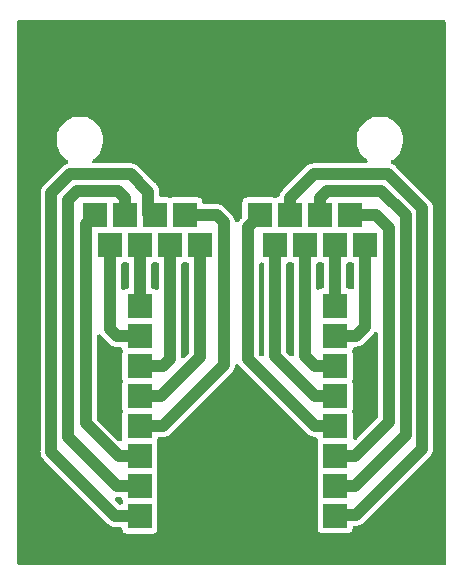
<source format=gbr>
%TF.GenerationSoftware,KiCad,Pcbnew,7.0.10*%
%TF.CreationDate,2024-03-29T22:46:55-06:00*%
%TF.ProjectId,Electrode_Select_Breakout,456c6563-7472-46f6-9465-5f53656c6563,rev?*%
%TF.SameCoordinates,Original*%
%TF.FileFunction,Copper,L1,Top*%
%TF.FilePolarity,Positive*%
%FSLAX46Y46*%
G04 Gerber Fmt 4.6, Leading zero omitted, Abs format (unit mm)*
G04 Created by KiCad (PCBNEW 7.0.10) date 2024-03-29 22:46:55*
%MOMM*%
%LPD*%
G01*
G04 APERTURE LIST*
%TA.AperFunction,ComponentPad*%
%ADD10R,2.140000X2.140000*%
%TD*%
%TA.AperFunction,Conductor*%
%ADD11C,1.000000*%
%TD*%
G04 APERTURE END LIST*
D10*
%TO.P,J2,1_1*%
%TO.N,/CH6_1*%
X6604000Y-16510000D03*
%TO.P,J2,1_2*%
%TO.N,/CH2_1*%
X7874000Y-19050000D03*
%TO.P,J2,1_3*%
%TO.N,/CH7_1*%
X9144000Y-16510000D03*
%TO.P,J2,1_4*%
%TO.N,/CH1_1*%
X10414000Y-19050000D03*
%TO.P,J2,1_5*%
%TO.N,/CH8_1*%
X11684000Y-16510000D03*
%TO.P,J2,1_6*%
%TO.N,/CH3_1*%
X12954000Y-19050000D03*
%TO.P,J2,1_7*%
%TO.N,/CH5_1*%
X14224000Y-16510000D03*
%TO.P,J2,1_8*%
%TO.N,/CH4_1*%
X15494000Y-19050000D03*
%TO.P,J2,2_1*%
%TO.N,/CH5_2*%
X20574000Y-16510000D03*
%TO.P,J2,2_2*%
%TO.N,/CH4_2*%
X21844000Y-19050000D03*
%TO.P,J2,2_3*%
%TO.N,/CH8_2*%
X23114000Y-16510000D03*
%TO.P,J2,2_4*%
%TO.N,/CH3_2*%
X24384000Y-19050000D03*
%TO.P,J2,2_5*%
%TO.N,/CH7_2*%
X25654000Y-16510000D03*
%TO.P,J2,2_6*%
%TO.N,/CH1_2*%
X26924000Y-19050000D03*
%TO.P,J2,2_7*%
%TO.N,/CH6_2*%
X28194000Y-16510000D03*
%TO.P,J2,2_8*%
%TO.N,/CH2_2*%
X29464000Y-19050000D03*
%TD*%
%TO.P,J3,1,Pin_1*%
%TO.N,/CH1_2*%
X26932000Y-24210000D03*
%TO.P,J3,2,Pin_2*%
%TO.N,/CH2_2*%
X26932000Y-26750000D03*
%TO.P,J3,3,Pin_3*%
%TO.N,/CH3_2*%
X26932000Y-29290000D03*
%TO.P,J3,4,Pin_4*%
%TO.N,/CH4_2*%
X26932000Y-31830000D03*
%TO.P,J3,5,Pin_5*%
%TO.N,/CH5_2*%
X26932000Y-34370000D03*
%TO.P,J3,6,Pin_6*%
%TO.N,/CH6_2*%
X26932000Y-36910000D03*
%TO.P,J3,7,Pin_7*%
%TO.N,/CH7_2*%
X26932000Y-39450000D03*
%TO.P,J3,8,Pin_8*%
%TO.N,/CH8_2*%
X26932000Y-41990000D03*
%TD*%
%TO.P,J1,1,Pin_1*%
%TO.N,/CH1_1*%
X10412000Y-24240000D03*
%TO.P,J1,2,Pin_2*%
%TO.N,/CH2_1*%
X10412000Y-26780000D03*
%TO.P,J1,3,Pin_3*%
%TO.N,/CH3_1*%
X10412000Y-29320000D03*
%TO.P,J1,4,Pin_4*%
%TO.N,/CH4_1*%
X10412000Y-31860000D03*
%TO.P,J1,5,Pin_5*%
%TO.N,/CH5_1*%
X10412000Y-34400000D03*
%TO.P,J1,6,Pin_6*%
%TO.N,/CH6_1*%
X10412000Y-36940000D03*
%TO.P,J1,7,Pin_7*%
%TO.N,/CH7_1*%
X10412000Y-39480000D03*
%TO.P,J1,8,Pin_8*%
%TO.N,/CH8_1*%
X10412000Y-42020000D03*
%TD*%
D11*
%TO.N,/CH1_1*%
X10414000Y-24238000D02*
X10412000Y-24240000D01*
X10414000Y-19050000D02*
X10414000Y-24238000D01*
%TO.N,/CH2_1*%
X7874000Y-26162000D02*
X7874000Y-19050000D01*
X8492000Y-26780000D02*
X7874000Y-26162000D01*
X10412000Y-26780000D02*
X8492000Y-26780000D01*
%TO.N,/CH3_1*%
X12954000Y-19050000D02*
X12954000Y-28704000D01*
X12954000Y-28704000D02*
X12338000Y-29320000D01*
X12338000Y-29320000D02*
X10412000Y-29320000D01*
%TO.N,/CH4_1*%
X15494000Y-19050000D02*
X15494000Y-28575000D01*
X15494000Y-28575000D02*
X12209000Y-31860000D01*
X12209000Y-31860000D02*
X10412000Y-31860000D01*
%TO.N,/CH1_2*%
X26924000Y-24202000D02*
X26932000Y-24210000D01*
X26924000Y-19050000D02*
X26924000Y-24202000D01*
%TO.N,/CH2_2*%
X29464000Y-19050000D02*
X29464000Y-25968000D01*
X29464000Y-25968000D02*
X28682000Y-26750000D01*
X28682000Y-26750000D02*
X26932000Y-26750000D01*
%TO.N,/CH3_2*%
X24384000Y-19050000D02*
X24384000Y-28448000D01*
X25226000Y-29290000D02*
X26932000Y-29290000D01*
X24384000Y-28448000D02*
X25226000Y-29290000D01*
%TO.N,/CH4_2*%
X25226000Y-31830000D02*
X26932000Y-31830000D01*
X21844000Y-28448000D02*
X25226000Y-31830000D01*
X21844000Y-19050000D02*
X21844000Y-28448000D01*
%TO.N,/CH5_1*%
X14224000Y-16510000D02*
X16914000Y-16510000D01*
X16914000Y-16510000D02*
X17526000Y-17122000D01*
X17526000Y-17122000D02*
X17526000Y-29210000D01*
X12336000Y-34400000D02*
X10412000Y-34400000D01*
X17526000Y-29210000D02*
X12336000Y-34400000D01*
%TO.N,/CH5_2*%
X25226000Y-34370000D02*
X26932000Y-34370000D01*
X19558000Y-28702000D02*
X25226000Y-34370000D01*
X19558000Y-17526000D02*
X19558000Y-28702000D01*
X20574000Y-16510000D02*
X19558000Y-17526000D01*
%TO.N,/CH6_1*%
X5842000Y-17272000D02*
X5842000Y-34167000D01*
X8615000Y-36940000D02*
X10412000Y-36940000D01*
X6604000Y-16510000D02*
X5842000Y-17272000D01*
X5842000Y-34167000D02*
X8615000Y-36940000D01*
%TO.N,/CH7_1*%
X4318000Y-15240000D02*
X4318000Y-35306000D01*
X8532000Y-14478000D02*
X5080000Y-14478000D01*
X9144000Y-16510000D02*
X9144000Y-15090000D01*
X8492000Y-39480000D02*
X10412000Y-39480000D01*
X5080000Y-14478000D02*
X4318000Y-15240000D01*
X4318000Y-35306000D02*
X8492000Y-39480000D01*
X9144000Y-15090000D02*
X8532000Y-14478000D01*
%TO.N,/CH8_1*%
X2908000Y-14655959D02*
X2908000Y-36586000D01*
X11124000Y-16458000D02*
X11124000Y-14530000D01*
X11124000Y-14530000D02*
X9662000Y-13068000D01*
X11684000Y-16510000D02*
X11176000Y-16510000D01*
X8342000Y-42020000D02*
X10412000Y-42020000D01*
X2908000Y-36586000D02*
X8342000Y-42020000D01*
X4495958Y-13068000D02*
X2908000Y-14655959D01*
X9662000Y-13068000D02*
X4495958Y-13068000D01*
X11176000Y-16510000D02*
X11124000Y-16458000D01*
%TO.N,/CH8_2*%
X25136000Y-13068000D02*
X23114000Y-15090000D01*
X26932000Y-41902000D02*
X28710000Y-41902000D01*
X26932000Y-41990000D02*
X26932000Y-41902000D01*
X23114000Y-15090000D02*
X23114000Y-16510000D01*
X28710000Y-41902000D02*
X34316000Y-36296000D01*
X34316000Y-36296000D02*
X34316000Y-15953917D01*
X34316000Y-15953917D02*
X31430083Y-13068000D01*
X31430083Y-13068000D02*
X25136000Y-13068000D01*
%TO.N,/CH7_2*%
X26266000Y-14478000D02*
X25654000Y-15090000D01*
X28622000Y-39450000D02*
X32906000Y-35166000D01*
X32906000Y-16537958D02*
X30846042Y-14478000D01*
X26932000Y-39450000D02*
X28622000Y-39450000D01*
X25654000Y-15090000D02*
X25654000Y-16510000D01*
X32906000Y-35166000D02*
X32906000Y-16537958D01*
X30846042Y-14478000D02*
X26266000Y-14478000D01*
%TO.N,/CH6_2*%
X28622000Y-36910000D02*
X31496000Y-34036000D01*
X30428000Y-16510000D02*
X28194000Y-16510000D01*
X31496000Y-34036000D02*
X31496000Y-17578000D01*
X31496000Y-17578000D02*
X30428000Y-16510000D01*
X26932000Y-36910000D02*
X28622000Y-36910000D01*
%TD*%
%TA.AperFunction,NonConductor*%
G36*
X36206012Y-20702D02*
G01*
X36276994Y-77308D01*
X36316385Y-159106D01*
X36321500Y-204500D01*
X36321500Y-45962513D01*
X36301298Y-46051025D01*
X36244692Y-46122007D01*
X36162894Y-46161398D01*
X36117215Y-46166513D01*
X204215Y-46116284D01*
X115731Y-46095958D01*
X44829Y-46039253D01*
X5551Y-45957400D01*
X500Y-45912284D01*
X500Y-14703870D01*
X1993739Y-14703870D01*
X1993740Y-14703874D01*
X1994988Y-14711757D01*
X1997500Y-14743667D01*
X1997500Y-36498292D01*
X1994988Y-36530207D01*
X1993740Y-36538086D01*
X1997220Y-36604485D01*
X1997500Y-36615163D01*
X1997500Y-36633715D01*
X1999439Y-36652166D01*
X2000275Y-36662801D01*
X2003756Y-36729211D01*
X2003757Y-36729221D01*
X2005823Y-36736930D01*
X2011655Y-36768392D01*
X2012491Y-36776347D01*
X2012492Y-36776353D01*
X2033046Y-36839612D01*
X2036078Y-36849849D01*
X2053290Y-36914085D01*
X2053292Y-36914089D01*
X2053293Y-36914092D01*
X2056923Y-36921218D01*
X2069165Y-36950772D01*
X2071634Y-36958372D01*
X2104887Y-37015967D01*
X2109983Y-37025353D01*
X2140180Y-37084619D01*
X2140186Y-37084627D01*
X2145209Y-37090830D01*
X2163343Y-37117215D01*
X2167333Y-37124126D01*
X2209272Y-37170705D01*
X2211841Y-37173558D01*
X2218761Y-37181659D01*
X2230440Y-37196081D01*
X2243544Y-37209185D01*
X2250891Y-37216928D01*
X2295398Y-37266358D01*
X2295401Y-37266361D01*
X2301857Y-37271051D01*
X2326200Y-37291841D01*
X7636158Y-42601799D01*
X7656945Y-42626138D01*
X7661633Y-42632591D01*
X7661642Y-42632601D01*
X7711070Y-42677106D01*
X7718797Y-42684438D01*
X7731919Y-42697560D01*
X7746331Y-42709231D01*
X7754445Y-42716162D01*
X7803871Y-42760665D01*
X7803872Y-42760666D01*
X7810787Y-42764658D01*
X7837176Y-42782796D01*
X7843369Y-42787812D01*
X7843372Y-42787813D01*
X7843374Y-42787815D01*
X7902650Y-42818017D01*
X7912017Y-42823104D01*
X7958282Y-42849815D01*
X7969627Y-42856365D01*
X7976905Y-42858729D01*
X7977211Y-42858829D01*
X8006798Y-42871083D01*
X8013908Y-42874706D01*
X8078164Y-42891923D01*
X8088371Y-42894947D01*
X8151654Y-42915509D01*
X8159599Y-42916344D01*
X8191077Y-42922178D01*
X8198782Y-42924243D01*
X8265229Y-42927725D01*
X8275815Y-42928558D01*
X8294285Y-42930500D01*
X8312835Y-42930500D01*
X8323513Y-42930780D01*
X8389913Y-42934260D01*
X8389913Y-42934259D01*
X8389914Y-42934260D01*
X8394625Y-42933513D01*
X8397794Y-42933012D01*
X8429709Y-42930500D01*
X8727830Y-42930500D01*
X8816342Y-42950702D01*
X8887324Y-43007308D01*
X8926715Y-43089106D01*
X8931201Y-43118490D01*
X8931501Y-43122304D01*
X8946725Y-43218436D01*
X9005756Y-43334290D01*
X9005758Y-43334293D01*
X9005759Y-43334294D01*
X9097706Y-43426241D01*
X9213567Y-43485275D01*
X9213568Y-43485275D01*
X9213570Y-43485276D01*
X9255329Y-43491889D01*
X9309693Y-43500500D01*
X11514306Y-43500499D01*
X11610433Y-43485275D01*
X11610434Y-43485274D01*
X11610436Y-43485274D01*
X11726290Y-43426243D01*
X11726294Y-43426241D01*
X11818241Y-43334294D01*
X11877275Y-43218433D01*
X11892500Y-43122307D01*
X11892499Y-40917694D01*
X11877275Y-40821567D01*
X11877272Y-40821561D01*
X11874505Y-40813044D01*
X11866365Y-40722621D01*
X11874506Y-40686952D01*
X11877272Y-40678438D01*
X11877275Y-40678433D01*
X11892500Y-40582307D01*
X11892499Y-38377694D01*
X11877275Y-38281567D01*
X11877272Y-38281561D01*
X11874505Y-38273044D01*
X11866365Y-38182621D01*
X11874506Y-38146952D01*
X11877272Y-38138438D01*
X11877275Y-38138433D01*
X11892500Y-38042307D01*
X11892499Y-35837694D01*
X11877275Y-35741567D01*
X11877272Y-35741561D01*
X11874505Y-35733044D01*
X11866365Y-35642621D01*
X11874506Y-35606952D01*
X11877272Y-35598438D01*
X11877275Y-35598433D01*
X11892500Y-35502307D01*
X11892500Y-35502300D01*
X11892800Y-35498493D01*
X11893414Y-35496525D01*
X11893753Y-35494391D01*
X11894066Y-35494440D01*
X11919885Y-35411839D01*
X11981886Y-35345518D01*
X12066522Y-35312666D01*
X12096171Y-35310500D01*
X12248292Y-35310500D01*
X12280205Y-35313011D01*
X12288086Y-35314260D01*
X12354487Y-35310779D01*
X12365165Y-35310500D01*
X12383711Y-35310500D01*
X12383715Y-35310500D01*
X12402177Y-35308559D01*
X12412775Y-35307724D01*
X12479218Y-35304243D01*
X12486929Y-35302176D01*
X12518402Y-35296343D01*
X12526346Y-35295509D01*
X12589617Y-35274950D01*
X12599843Y-35271922D01*
X12664088Y-35254708D01*
X12664087Y-35254708D01*
X12664092Y-35254707D01*
X12671205Y-35251082D01*
X12700783Y-35238830D01*
X12708373Y-35236365D01*
X12765990Y-35203098D01*
X12775338Y-35198023D01*
X12834626Y-35167815D01*
X12840825Y-35162794D01*
X12867223Y-35144651D01*
X12874126Y-35140667D01*
X12923591Y-35096127D01*
X12931663Y-35089234D01*
X12946081Y-35077560D01*
X12959187Y-35064452D01*
X12966916Y-35057117D01*
X13016360Y-35012599D01*
X13021048Y-35006145D01*
X13041838Y-34981801D01*
X18107801Y-29915838D01*
X18132146Y-29895048D01*
X18138599Y-29890360D01*
X18183117Y-29840916D01*
X18190457Y-29833183D01*
X18203549Y-29820092D01*
X18203549Y-29820091D01*
X18203560Y-29820081D01*
X18215234Y-29805663D01*
X18222127Y-29797591D01*
X18266667Y-29748126D01*
X18270651Y-29741223D01*
X18288794Y-29714825D01*
X18293815Y-29708626D01*
X18324023Y-29649338D01*
X18329098Y-29639990D01*
X18362365Y-29582373D01*
X18364830Y-29574783D01*
X18377083Y-29545204D01*
X18380706Y-29538093D01*
X18380707Y-29538092D01*
X18397922Y-29473843D01*
X18400950Y-29463617D01*
X18421509Y-29400346D01*
X18422343Y-29392402D01*
X18428176Y-29360929D01*
X18430243Y-29353218D01*
X18431819Y-29323137D01*
X18456623Y-29235808D01*
X18516865Y-29167885D01*
X18600611Y-29132826D01*
X18691275Y-29137576D01*
X18770900Y-29181192D01*
X18794060Y-29205412D01*
X18795194Y-29206812D01*
X18813343Y-29233215D01*
X18817333Y-29240126D01*
X18854559Y-29281470D01*
X18861841Y-29289558D01*
X18868761Y-29297659D01*
X18880440Y-29312081D01*
X18891501Y-29323142D01*
X18893544Y-29325185D01*
X18900891Y-29332928D01*
X18945398Y-29382358D01*
X18945401Y-29382361D01*
X18951857Y-29387051D01*
X18976200Y-29407841D01*
X24520158Y-34951799D01*
X24540945Y-34976138D01*
X24545633Y-34982591D01*
X24545642Y-34982601D01*
X24595070Y-35027106D01*
X24602797Y-35034438D01*
X24615919Y-35047560D01*
X24627691Y-35057093D01*
X24630331Y-35059231D01*
X24638445Y-35066162D01*
X24687871Y-35110665D01*
X24687872Y-35110666D01*
X24694787Y-35114658D01*
X24721176Y-35132796D01*
X24727371Y-35137813D01*
X24727374Y-35137815D01*
X24786651Y-35168018D01*
X24796025Y-35173108D01*
X24853619Y-35206361D01*
X24853631Y-35206367D01*
X24861224Y-35208834D01*
X24890799Y-35221084D01*
X24897903Y-35224704D01*
X24897903Y-35224705D01*
X24897905Y-35224705D01*
X24897908Y-35224707D01*
X24962196Y-35241932D01*
X24972349Y-35244939D01*
X25035654Y-35265509D01*
X25043598Y-35266343D01*
X25075066Y-35272175D01*
X25082782Y-35274243D01*
X25149229Y-35277725D01*
X25159821Y-35278559D01*
X25178285Y-35280500D01*
X25196835Y-35280500D01*
X25207478Y-35280778D01*
X25258721Y-35283463D01*
X25346049Y-35308268D01*
X25413971Y-35368511D01*
X25449029Y-35452257D01*
X25451411Y-35471169D01*
X25451499Y-35472291D01*
X25451501Y-35472303D01*
X25451501Y-35472306D01*
X25457802Y-35512090D01*
X25466726Y-35568438D01*
X25469497Y-35576966D01*
X25477633Y-35667389D01*
X25469496Y-35703039D01*
X25466723Y-35711571D01*
X25451500Y-35807686D01*
X25451500Y-38012300D01*
X25451500Y-38012301D01*
X25451501Y-38012306D01*
X25466725Y-38108433D01*
X25466726Y-38108438D01*
X25469497Y-38116966D01*
X25477633Y-38207389D01*
X25469496Y-38243039D01*
X25466723Y-38251571D01*
X25451500Y-38347686D01*
X25451500Y-40552300D01*
X25451500Y-40552301D01*
X25451501Y-40552306D01*
X25466725Y-40648433D01*
X25466726Y-40648438D01*
X25469497Y-40656966D01*
X25477633Y-40747389D01*
X25469496Y-40783039D01*
X25466723Y-40791571D01*
X25451500Y-40887686D01*
X25451500Y-43092300D01*
X25451501Y-43092304D01*
X25466725Y-43188436D01*
X25525756Y-43304290D01*
X25525758Y-43304293D01*
X25525759Y-43304294D01*
X25617706Y-43396241D01*
X25733567Y-43455275D01*
X25733568Y-43455275D01*
X25733570Y-43455276D01*
X25775329Y-43461889D01*
X25829693Y-43470500D01*
X28034306Y-43470499D01*
X28130433Y-43455275D01*
X28130434Y-43455274D01*
X28130436Y-43455274D01*
X28246290Y-43396243D01*
X28246294Y-43396241D01*
X28338241Y-43304294D01*
X28397275Y-43188433D01*
X28407748Y-43122313D01*
X28412499Y-43092313D01*
X28412500Y-43092303D01*
X28412500Y-43016500D01*
X28432702Y-42927988D01*
X28489308Y-42857006D01*
X28571106Y-42817615D01*
X28616500Y-42812500D01*
X28622292Y-42812500D01*
X28654205Y-42815011D01*
X28662086Y-42816260D01*
X28728487Y-42812779D01*
X28739165Y-42812500D01*
X28757711Y-42812500D01*
X28757715Y-42812500D01*
X28776177Y-42810559D01*
X28786775Y-42809724D01*
X28853218Y-42806243D01*
X28860929Y-42804176D01*
X28892402Y-42798343D01*
X28900346Y-42797509D01*
X28963617Y-42776950D01*
X28973843Y-42773922D01*
X29038088Y-42756708D01*
X29038087Y-42756708D01*
X29038092Y-42756707D01*
X29045205Y-42753082D01*
X29074783Y-42740830D01*
X29082373Y-42738365D01*
X29139990Y-42705098D01*
X29149338Y-42700023D01*
X29208626Y-42669815D01*
X29214825Y-42664794D01*
X29241223Y-42646651D01*
X29248126Y-42642667D01*
X29297591Y-42598127D01*
X29305663Y-42591234D01*
X29320081Y-42579560D01*
X29333187Y-42566452D01*
X29340916Y-42559117D01*
X29390360Y-42514599D01*
X29395048Y-42508145D01*
X29415838Y-42483801D01*
X34897801Y-37001838D01*
X34922146Y-36981048D01*
X34928599Y-36976360D01*
X34973117Y-36926916D01*
X34980457Y-36919183D01*
X34985549Y-36914092D01*
X34993560Y-36906081D01*
X35005234Y-36891663D01*
X35012127Y-36883591D01*
X35056667Y-36834126D01*
X35060651Y-36827223D01*
X35078794Y-36800825D01*
X35083815Y-36794626D01*
X35114023Y-36735338D01*
X35119098Y-36725990D01*
X35152365Y-36668373D01*
X35154830Y-36660783D01*
X35167083Y-36631204D01*
X35170706Y-36624093D01*
X35170707Y-36624092D01*
X35187922Y-36559843D01*
X35190950Y-36549617D01*
X35211509Y-36486346D01*
X35212343Y-36478402D01*
X35218176Y-36446929D01*
X35220243Y-36439218D01*
X35223724Y-36372775D01*
X35224559Y-36362177D01*
X35226500Y-36343715D01*
X35226500Y-36325164D01*
X35226780Y-36314486D01*
X35230260Y-36248086D01*
X35229011Y-36240197D01*
X35226500Y-36208289D01*
X35226500Y-16041625D01*
X35229012Y-16009708D01*
X35230260Y-16001828D01*
X35226780Y-15935430D01*
X35226500Y-15924752D01*
X35226500Y-15906207D01*
X35226500Y-15906202D01*
X35224559Y-15887738D01*
X35223725Y-15877146D01*
X35220243Y-15810699D01*
X35218175Y-15802983D01*
X35212343Y-15771510D01*
X35212114Y-15769333D01*
X35211509Y-15763571D01*
X35190939Y-15700266D01*
X35187932Y-15690113D01*
X35170707Y-15625825D01*
X35167084Y-15618714D01*
X35154834Y-15589141D01*
X35152367Y-15581548D01*
X35152361Y-15581536D01*
X35119108Y-15523942D01*
X35114018Y-15514568D01*
X35083815Y-15455291D01*
X35078796Y-15449093D01*
X35060658Y-15422704D01*
X35056666Y-15415789D01*
X35056665Y-15415788D01*
X35012162Y-15366362D01*
X35005231Y-15358248D01*
X34993560Y-15343836D01*
X34980438Y-15330714D01*
X34973106Y-15322987D01*
X34928601Y-15273559D01*
X34928591Y-15273550D01*
X34922138Y-15268862D01*
X34897799Y-15248075D01*
X32135924Y-12486200D01*
X32115134Y-12461857D01*
X32110444Y-12455401D01*
X32110441Y-12455398D01*
X32061011Y-12410891D01*
X32053268Y-12403544D01*
X32040164Y-12390440D01*
X32025742Y-12378761D01*
X32017641Y-12371841D01*
X32014788Y-12369272D01*
X31968209Y-12327333D01*
X31961298Y-12323343D01*
X31934913Y-12305209D01*
X31928710Y-12300186D01*
X31928702Y-12300180D01*
X31869436Y-12269983D01*
X31860050Y-12264887D01*
X31802455Y-12231634D01*
X31794855Y-12229165D01*
X31765288Y-12216917D01*
X31759987Y-12214216D01*
X31690293Y-12156032D01*
X31652747Y-12073371D01*
X31654784Y-11982605D01*
X31696002Y-11901712D01*
X31754832Y-11853405D01*
X31804764Y-11826141D01*
X32030982Y-11656797D01*
X32230797Y-11456982D01*
X32400141Y-11230764D01*
X32535568Y-10982749D01*
X32634320Y-10717984D01*
X32694387Y-10441861D01*
X32714546Y-10160000D01*
X32694387Y-9878139D01*
X32634320Y-9602016D01*
X32535568Y-9337251D01*
X32400141Y-9089236D01*
X32230797Y-8863018D01*
X32030982Y-8663203D01*
X31917873Y-8578531D01*
X31804766Y-8493860D01*
X31742760Y-8460002D01*
X31556749Y-8358432D01*
X31556747Y-8358431D01*
X31556743Y-8358429D01*
X31556740Y-8358428D01*
X31291986Y-8259680D01*
X31015863Y-8199613D01*
X30804557Y-8184500D01*
X30804553Y-8184500D01*
X30663447Y-8184500D01*
X30663442Y-8184500D01*
X30452136Y-8199613D01*
X30176013Y-8259680D01*
X29911259Y-8358428D01*
X29911256Y-8358429D01*
X29663233Y-8493860D01*
X29437019Y-8663202D01*
X29437015Y-8663205D01*
X29237205Y-8863015D01*
X29237202Y-8863019D01*
X29067860Y-9089233D01*
X28932429Y-9337256D01*
X28932428Y-9337259D01*
X28833680Y-9602013D01*
X28773613Y-9878136D01*
X28753454Y-10159996D01*
X28753454Y-10160003D01*
X28773613Y-10441863D01*
X28833680Y-10717986D01*
X28932428Y-10982740D01*
X28932429Y-10982743D01*
X28932431Y-10982747D01*
X28932432Y-10982749D01*
X29067859Y-11230764D01*
X29237203Y-11456982D01*
X29437018Y-11656797D01*
X29531032Y-11727175D01*
X29615210Y-11790190D01*
X29673961Y-11859406D01*
X29696862Y-11947259D01*
X29679377Y-12036348D01*
X29624969Y-12109028D01*
X29544415Y-12150903D01*
X29492957Y-12157500D01*
X25223708Y-12157500D01*
X25191794Y-12154988D01*
X25190044Y-12154710D01*
X25183910Y-12153739D01*
X25117513Y-12157220D01*
X25106835Y-12157500D01*
X25088285Y-12157500D01*
X25071193Y-12159295D01*
X25069830Y-12159439D01*
X25059197Y-12160275D01*
X24992783Y-12163756D01*
X24992777Y-12163757D01*
X24985050Y-12165827D01*
X24953619Y-12171652D01*
X24945661Y-12172489D01*
X24945659Y-12172489D01*
X24882396Y-12193044D01*
X24872161Y-12196075D01*
X24807911Y-12213291D01*
X24807906Y-12213293D01*
X24800792Y-12216918D01*
X24771229Y-12229164D01*
X24763632Y-12231632D01*
X24763629Y-12231634D01*
X24706035Y-12264885D01*
X24696655Y-12269978D01*
X24637375Y-12300183D01*
X24637370Y-12300187D01*
X24631153Y-12305221D01*
X24604806Y-12323329D01*
X24597879Y-12327329D01*
X24597872Y-12327334D01*
X24548441Y-12371841D01*
X24540332Y-12378767D01*
X24525927Y-12390432D01*
X24525915Y-12390443D01*
X24512795Y-12403562D01*
X24505063Y-12410899D01*
X24455636Y-12455404D01*
X24450941Y-12461866D01*
X24430159Y-12486198D01*
X22532198Y-14384159D01*
X22507866Y-14404941D01*
X22501404Y-14409636D01*
X22456899Y-14459063D01*
X22449562Y-14466795D01*
X22436437Y-14479922D01*
X22424764Y-14494335D01*
X22417841Y-14502440D01*
X22373334Y-14551871D01*
X22373332Y-14551874D01*
X22369334Y-14558799D01*
X22351220Y-14585155D01*
X22346187Y-14591371D01*
X22346180Y-14591381D01*
X22315981Y-14650649D01*
X22310887Y-14660031D01*
X22277633Y-14717629D01*
X22275162Y-14725234D01*
X22262925Y-14754776D01*
X22259297Y-14761897D01*
X22259292Y-14761910D01*
X22242075Y-14826162D01*
X22239043Y-14836396D01*
X22222102Y-14888537D01*
X22175538Y-14966475D01*
X22099769Y-15016491D01*
X22028094Y-15029500D01*
X22011703Y-15029500D01*
X22011697Y-15029500D01*
X22011694Y-15029501D01*
X21933448Y-15041893D01*
X21915560Y-15044726D01*
X21907030Y-15047498D01*
X21816607Y-15055633D01*
X21780958Y-15047495D01*
X21772429Y-15044723D01*
X21676308Y-15029500D01*
X19471699Y-15029500D01*
X19471695Y-15029500D01*
X19471694Y-15029501D01*
X19452468Y-15032545D01*
X19375563Y-15044725D01*
X19259709Y-15103756D01*
X19167759Y-15195706D01*
X19167758Y-15195706D01*
X19108724Y-15311568D01*
X19108723Y-15311570D01*
X19093500Y-15407686D01*
X19093500Y-16618358D01*
X19073298Y-16706870D01*
X19033749Y-16762609D01*
X18976197Y-16820160D01*
X18951866Y-16840941D01*
X18945404Y-16845636D01*
X18900899Y-16895063D01*
X18893562Y-16902795D01*
X18880437Y-16915922D01*
X18868764Y-16930335D01*
X18861841Y-16938440D01*
X18817334Y-16987871D01*
X18817332Y-16987874D01*
X18813334Y-16994799D01*
X18795220Y-17021155D01*
X18783466Y-17035672D01*
X18780845Y-17033550D01*
X18730057Y-17082801D01*
X18643912Y-17111466D01*
X18553861Y-17099914D01*
X18477740Y-17050436D01*
X18430626Y-16972829D01*
X18423972Y-16942062D01*
X18423732Y-16942114D01*
X18421510Y-16931665D01*
X18421509Y-16931654D01*
X18400939Y-16868349D01*
X18397926Y-16858175D01*
X18380707Y-16793908D01*
X18377082Y-16786795D01*
X18364830Y-16757215D01*
X18362365Y-16749627D01*
X18329108Y-16692025D01*
X18324014Y-16682642D01*
X18293816Y-16623375D01*
X18288785Y-16617162D01*
X18270658Y-16590786D01*
X18266669Y-16583877D01*
X18266668Y-16583876D01*
X18266667Y-16583874D01*
X18222155Y-16534438D01*
X18215238Y-16526339D01*
X18203560Y-16511918D01*
X18190447Y-16498805D01*
X18183097Y-16491059D01*
X18138599Y-16441639D01*
X18132144Y-16436950D01*
X18107804Y-16416162D01*
X17619838Y-15928197D01*
X17599050Y-15903857D01*
X17594360Y-15897401D01*
X17544927Y-15852891D01*
X17537186Y-15845545D01*
X17524081Y-15832440D01*
X17509659Y-15820761D01*
X17501558Y-15813841D01*
X17489519Y-15803001D01*
X17452126Y-15769333D01*
X17445215Y-15765343D01*
X17418830Y-15747209D01*
X17412627Y-15742186D01*
X17412619Y-15742180D01*
X17353353Y-15711983D01*
X17343967Y-15706887D01*
X17286372Y-15673634D01*
X17278772Y-15671165D01*
X17249218Y-15658923D01*
X17242092Y-15655293D01*
X17242089Y-15655292D01*
X17242085Y-15655290D01*
X17177849Y-15638078D01*
X17167612Y-15635046D01*
X17104353Y-15614492D01*
X17104347Y-15614491D01*
X17102190Y-15614264D01*
X17096388Y-15613654D01*
X17064930Y-15607823D01*
X17057221Y-15605757D01*
X17057211Y-15605756D01*
X16990801Y-15602275D01*
X16980177Y-15601439D01*
X16961715Y-15599500D01*
X16961709Y-15599500D01*
X16943165Y-15599500D01*
X16932487Y-15599220D01*
X16866087Y-15595739D01*
X16859077Y-15596850D01*
X16858205Y-15596988D01*
X16826292Y-15599500D01*
X15908170Y-15599500D01*
X15819658Y-15579298D01*
X15748676Y-15522692D01*
X15709285Y-15440894D01*
X15704799Y-15411510D01*
X15704499Y-15407707D01*
X15704499Y-15407694D01*
X15689275Y-15311567D01*
X15689274Y-15311565D01*
X15689274Y-15311563D01*
X15630243Y-15195709D01*
X15630241Y-15195706D01*
X15538293Y-15103758D01*
X15422431Y-15044724D01*
X15422429Y-15044723D01*
X15326308Y-15029500D01*
X13121699Y-15029500D01*
X13121697Y-15029500D01*
X13121694Y-15029501D01*
X13043448Y-15041893D01*
X13025560Y-15044726D01*
X13017030Y-15047498D01*
X12926607Y-15055633D01*
X12890958Y-15047495D01*
X12882429Y-15044723D01*
X12786313Y-15029500D01*
X12786307Y-15029500D01*
X12238500Y-15029500D01*
X12149988Y-15009298D01*
X12079006Y-14952692D01*
X12039615Y-14870894D01*
X12034500Y-14825500D01*
X12034500Y-14617708D01*
X12037012Y-14585791D01*
X12038260Y-14577911D01*
X12034780Y-14511513D01*
X12034500Y-14500835D01*
X12034500Y-14482290D01*
X12034500Y-14482285D01*
X12032559Y-14463821D01*
X12031725Y-14453229D01*
X12028243Y-14386782D01*
X12026175Y-14379066D01*
X12020343Y-14347593D01*
X12019509Y-14339656D01*
X12019509Y-14339654D01*
X11998939Y-14276349D01*
X11995932Y-14266196D01*
X11978707Y-14201908D01*
X11975084Y-14194797D01*
X11962834Y-14165224D01*
X11960367Y-14157631D01*
X11960361Y-14157619D01*
X11927108Y-14100025D01*
X11922018Y-14090651D01*
X11891815Y-14031374D01*
X11886796Y-14025176D01*
X11868658Y-13998787D01*
X11864666Y-13991872D01*
X11864665Y-13991871D01*
X11820162Y-13942445D01*
X11813231Y-13934331D01*
X11801560Y-13919919D01*
X11788438Y-13906797D01*
X11781106Y-13899070D01*
X11736601Y-13849642D01*
X11736591Y-13849633D01*
X11730138Y-13844945D01*
X11705799Y-13824158D01*
X10367841Y-12486200D01*
X10347051Y-12461857D01*
X10342361Y-12455401D01*
X10342358Y-12455398D01*
X10292928Y-12410891D01*
X10285185Y-12403544D01*
X10272081Y-12390440D01*
X10257659Y-12378761D01*
X10249558Y-12371841D01*
X10246705Y-12369272D01*
X10200126Y-12327333D01*
X10193215Y-12323343D01*
X10166830Y-12305209D01*
X10160627Y-12300186D01*
X10160619Y-12300180D01*
X10101353Y-12269983D01*
X10091967Y-12264887D01*
X10034372Y-12231634D01*
X10026772Y-12229165D01*
X9997218Y-12216923D01*
X9990092Y-12213293D01*
X9990089Y-12213292D01*
X9990085Y-12213290D01*
X9925849Y-12196078D01*
X9915612Y-12193046D01*
X9852353Y-12172492D01*
X9852347Y-12172491D01*
X9850190Y-12172264D01*
X9844388Y-12171654D01*
X9812930Y-12165823D01*
X9805221Y-12163757D01*
X9805211Y-12163756D01*
X9738801Y-12160275D01*
X9728177Y-12159439D01*
X9709715Y-12157500D01*
X9709709Y-12157500D01*
X9691165Y-12157500D01*
X9680487Y-12157220D01*
X9614087Y-12153739D01*
X9607077Y-12154850D01*
X9606205Y-12154988D01*
X9574292Y-12157500D01*
X6575043Y-12157500D01*
X6486531Y-12137298D01*
X6415549Y-12080692D01*
X6376158Y-11998894D01*
X6376158Y-11908106D01*
X6415549Y-11826308D01*
X6452790Y-11790190D01*
X6507893Y-11748939D01*
X6630982Y-11656797D01*
X6830797Y-11456982D01*
X7000141Y-11230764D01*
X7135568Y-10982749D01*
X7234320Y-10717984D01*
X7294387Y-10441861D01*
X7314546Y-10160000D01*
X7294387Y-9878139D01*
X7234320Y-9602016D01*
X7135568Y-9337251D01*
X7000141Y-9089236D01*
X6830797Y-8863018D01*
X6630982Y-8663203D01*
X6517873Y-8578531D01*
X6404766Y-8493860D01*
X6342760Y-8460002D01*
X6156749Y-8358432D01*
X6156747Y-8358431D01*
X6156743Y-8358429D01*
X6156740Y-8358428D01*
X5891986Y-8259680D01*
X5615863Y-8199613D01*
X5404557Y-8184500D01*
X5404553Y-8184500D01*
X5263447Y-8184500D01*
X5263442Y-8184500D01*
X5052136Y-8199613D01*
X4776013Y-8259680D01*
X4511259Y-8358428D01*
X4511256Y-8358429D01*
X4263233Y-8493860D01*
X4037019Y-8663202D01*
X4037015Y-8663205D01*
X3837205Y-8863015D01*
X3837202Y-8863019D01*
X3667860Y-9089233D01*
X3532429Y-9337256D01*
X3532428Y-9337259D01*
X3433680Y-9602013D01*
X3373613Y-9878136D01*
X3353454Y-10159996D01*
X3353454Y-10160003D01*
X3373613Y-10441863D01*
X3433680Y-10717986D01*
X3532428Y-10982740D01*
X3532429Y-10982743D01*
X3532431Y-10982747D01*
X3532432Y-10982749D01*
X3667859Y-11230764D01*
X3837203Y-11456982D01*
X4037018Y-11656797D01*
X4172341Y-11758098D01*
X4263238Y-11826143D01*
X4269367Y-11830082D01*
X4268340Y-11831679D01*
X4328219Y-11884632D01*
X4363398Y-11968328D01*
X4358779Y-12058999D01*
X4315277Y-12138687D01*
X4241508Y-12191608D01*
X4215262Y-12200593D01*
X4167870Y-12213292D01*
X4167862Y-12213295D01*
X4160743Y-12216922D01*
X4131196Y-12229161D01*
X4123589Y-12231633D01*
X4123579Y-12231637D01*
X4065983Y-12264890D01*
X4056602Y-12269984D01*
X3997333Y-12300183D01*
X3997325Y-12300189D01*
X3991117Y-12305216D01*
X3964755Y-12323335D01*
X3957832Y-12327332D01*
X3908406Y-12371835D01*
X3900290Y-12378766D01*
X3885877Y-12390437D01*
X3885872Y-12390442D01*
X3872745Y-12403568D01*
X3865008Y-12410910D01*
X3815598Y-12455399D01*
X3810901Y-12461864D01*
X3790121Y-12486193D01*
X2326193Y-13950122D01*
X2301864Y-13970902D01*
X2295399Y-13975599D01*
X2250910Y-14025009D01*
X2243568Y-14032746D01*
X2230443Y-14045872D01*
X2230437Y-14045878D01*
X2218766Y-14060291D01*
X2211835Y-14068407D01*
X2167335Y-14117830D01*
X2167331Y-14117835D01*
X2163334Y-14124758D01*
X2145223Y-14151109D01*
X2140185Y-14157330D01*
X2109978Y-14216614D01*
X2104885Y-14225994D01*
X2071634Y-14283588D01*
X2071632Y-14283591D01*
X2069164Y-14291188D01*
X2056918Y-14320751D01*
X2053293Y-14327865D01*
X2053291Y-14327870D01*
X2036075Y-14392120D01*
X2033044Y-14402355D01*
X2012489Y-14465618D01*
X2012489Y-14465620D01*
X2011652Y-14473578D01*
X2005827Y-14505009D01*
X2003757Y-14512735D01*
X2003756Y-14512743D01*
X2000275Y-14579158D01*
X1999440Y-14589778D01*
X1997500Y-14608244D01*
X1997500Y-14608249D01*
X1997500Y-14626794D01*
X1997220Y-14637472D01*
X1993739Y-14703870D01*
X500Y-14703870D01*
X500Y-204500D01*
X20702Y-115988D01*
X77308Y-45006D01*
X159106Y-5615D01*
X204500Y-500D01*
X36117500Y-500D01*
X36206012Y-20702D01*
G37*
%TD.AperFunction*%
%TA.AperFunction,NonConductor*%
G36*
X28257045Y-20512506D02*
G01*
X28265563Y-20515274D01*
X28265565Y-20515274D01*
X28265567Y-20515275D01*
X28361693Y-20530500D01*
X28361698Y-20530499D01*
X28361699Y-20530500D01*
X28365507Y-20530800D01*
X28367474Y-20531414D01*
X28369609Y-20531753D01*
X28369559Y-20532066D01*
X28452161Y-20557885D01*
X28518482Y-20619886D01*
X28551334Y-20704522D01*
X28553500Y-20734171D01*
X28553500Y-22627390D01*
X28533298Y-22715902D01*
X28476692Y-22786884D01*
X28394894Y-22826275D01*
X28304106Y-22826275D01*
X28256887Y-22809156D01*
X28130431Y-22744724D01*
X28130429Y-22744723D01*
X28034313Y-22729500D01*
X28026313Y-22728871D01*
X28026479Y-22726756D01*
X27949988Y-22709298D01*
X27879006Y-22652692D01*
X27839615Y-22570894D01*
X27834500Y-22525500D01*
X27834500Y-20734170D01*
X27854702Y-20645658D01*
X27911308Y-20574676D01*
X27993106Y-20535285D01*
X28022490Y-20530799D01*
X28026291Y-20530499D01*
X28026306Y-20530499D01*
X28122433Y-20515275D01*
X28122438Y-20515272D01*
X28130953Y-20512506D01*
X28221376Y-20504364D01*
X28257045Y-20512506D01*
G37*
%TD.AperFunction*%
%TA.AperFunction,NonConductor*%
G36*
X25717045Y-20512506D02*
G01*
X25725563Y-20515274D01*
X25725565Y-20515274D01*
X25725567Y-20515275D01*
X25821693Y-20530500D01*
X25821698Y-20530499D01*
X25821699Y-20530500D01*
X25825507Y-20530800D01*
X25827474Y-20531414D01*
X25829609Y-20531753D01*
X25829559Y-20532066D01*
X25912161Y-20557885D01*
X25978482Y-20619886D01*
X26011334Y-20704522D01*
X26013500Y-20734171D01*
X26013500Y-22526459D01*
X25993298Y-22614971D01*
X25936692Y-22685953D01*
X25854894Y-22725344D01*
X25837568Y-22727991D01*
X25837609Y-22728248D01*
X25829696Y-22729500D01*
X25829694Y-22729501D01*
X25790273Y-22735744D01*
X25733563Y-22744725D01*
X25603401Y-22811047D01*
X25602822Y-22809910D01*
X25534915Y-22838932D01*
X25444218Y-22834853D01*
X25364272Y-22791827D01*
X25310912Y-22718375D01*
X25294500Y-22638208D01*
X25294500Y-20734170D01*
X25314702Y-20645658D01*
X25371308Y-20574676D01*
X25453106Y-20535285D01*
X25482490Y-20530799D01*
X25486291Y-20530499D01*
X25486306Y-20530499D01*
X25582433Y-20515275D01*
X25582438Y-20515272D01*
X25590953Y-20512506D01*
X25681376Y-20504364D01*
X25717045Y-20512506D01*
G37*
%TD.AperFunction*%
%TA.AperFunction,NonConductor*%
G36*
X9207045Y-20512506D02*
G01*
X9215563Y-20515274D01*
X9215565Y-20515274D01*
X9215567Y-20515275D01*
X9311693Y-20530500D01*
X9311698Y-20530499D01*
X9311699Y-20530500D01*
X9315507Y-20530800D01*
X9317474Y-20531414D01*
X9319609Y-20531753D01*
X9319559Y-20532066D01*
X9402161Y-20557885D01*
X9468482Y-20619886D01*
X9501334Y-20704522D01*
X9503500Y-20734171D01*
X9503500Y-22555672D01*
X9483298Y-22644184D01*
X9426692Y-22715166D01*
X9344894Y-22754557D01*
X9315518Y-22759042D01*
X9309704Y-22759499D01*
X9213563Y-22774725D01*
X9083401Y-22841047D01*
X9081571Y-22837456D01*
X9024891Y-22861671D01*
X8934195Y-22857582D01*
X8854254Y-22814546D01*
X8800903Y-22741088D01*
X8784500Y-22660943D01*
X8784500Y-20734170D01*
X8804702Y-20645658D01*
X8861308Y-20574676D01*
X8943106Y-20535285D01*
X8972490Y-20530799D01*
X8976291Y-20530499D01*
X8976306Y-20530499D01*
X9072433Y-20515275D01*
X9072438Y-20515272D01*
X9080953Y-20512506D01*
X9171376Y-20504364D01*
X9207045Y-20512506D01*
G37*
%TD.AperFunction*%
%TA.AperFunction,NonConductor*%
G36*
X11747045Y-20512506D02*
G01*
X11755563Y-20515274D01*
X11755565Y-20515274D01*
X11755567Y-20515275D01*
X11851693Y-20530500D01*
X11851698Y-20530499D01*
X11851699Y-20530500D01*
X11855507Y-20530800D01*
X11857474Y-20531414D01*
X11859609Y-20531753D01*
X11859559Y-20532066D01*
X11942161Y-20557885D01*
X12008482Y-20619886D01*
X12041334Y-20704522D01*
X12043500Y-20734171D01*
X12043500Y-22663849D01*
X12023298Y-22752361D01*
X11966692Y-22823343D01*
X11884894Y-22862734D01*
X11794106Y-22862734D01*
X11741681Y-22838924D01*
X11740600Y-22841048D01*
X11610431Y-22774724D01*
X11610429Y-22774723D01*
X11514304Y-22759499D01*
X11512484Y-22759356D01*
X11511544Y-22759062D01*
X11506391Y-22758246D01*
X11506510Y-22757488D01*
X11425831Y-22732267D01*
X11359513Y-22670264D01*
X11326665Y-22585626D01*
X11324500Y-22555986D01*
X11324500Y-20734170D01*
X11344702Y-20645658D01*
X11401308Y-20574676D01*
X11483106Y-20535285D01*
X11512490Y-20530799D01*
X11516291Y-20530499D01*
X11516306Y-20530499D01*
X11612433Y-20515275D01*
X11612438Y-20515272D01*
X11620953Y-20512506D01*
X11711376Y-20504364D01*
X11747045Y-20512506D01*
G37*
%TD.AperFunction*%
%TA.AperFunction,NonConductor*%
G36*
X23177045Y-20512506D02*
G01*
X23185563Y-20515274D01*
X23185565Y-20515274D01*
X23185567Y-20515275D01*
X23281693Y-20530500D01*
X23281698Y-20530499D01*
X23281699Y-20530500D01*
X23285507Y-20530800D01*
X23287474Y-20531414D01*
X23289609Y-20531753D01*
X23289559Y-20532066D01*
X23372161Y-20557885D01*
X23438482Y-20619886D01*
X23471334Y-20704522D01*
X23473500Y-20734171D01*
X23473500Y-28297359D01*
X23453298Y-28385871D01*
X23396692Y-28456853D01*
X23314894Y-28496244D01*
X23224106Y-28496244D01*
X23142308Y-28456853D01*
X23125250Y-28441609D01*
X22814250Y-28130609D01*
X22765948Y-28053736D01*
X22754500Y-27986359D01*
X22754500Y-20734170D01*
X22774702Y-20645658D01*
X22831308Y-20574676D01*
X22913106Y-20535285D01*
X22942490Y-20530799D01*
X22946291Y-20530499D01*
X22946306Y-20530499D01*
X23042433Y-20515275D01*
X23042438Y-20515272D01*
X23050953Y-20512506D01*
X23141376Y-20504364D01*
X23177045Y-20512506D01*
G37*
%TD.AperFunction*%
%TA.AperFunction,NonConductor*%
G36*
X20741693Y-20530500D02*
G01*
X20741706Y-20530499D01*
X20745507Y-20530800D01*
X20747477Y-20531415D01*
X20749612Y-20531754D01*
X20749562Y-20532067D01*
X20832161Y-20557885D01*
X20898482Y-20619886D01*
X20931334Y-20704522D01*
X20933500Y-20734171D01*
X20933500Y-28297359D01*
X20913298Y-28385871D01*
X20856692Y-28456853D01*
X20774894Y-28496244D01*
X20684106Y-28496244D01*
X20602308Y-28456853D01*
X20585250Y-28441609D01*
X20528250Y-28384609D01*
X20479948Y-28307736D01*
X20468500Y-28240359D01*
X20468500Y-20726083D01*
X20488702Y-20637571D01*
X20545308Y-20566589D01*
X20627106Y-20527198D01*
X20704411Y-20524595D01*
X20741693Y-20530500D01*
G37*
%TD.AperFunction*%
%TA.AperFunction,NonConductor*%
G36*
X14287045Y-20512506D02*
G01*
X14295563Y-20515274D01*
X14295565Y-20515274D01*
X14295567Y-20515275D01*
X14391693Y-20530500D01*
X14391698Y-20530499D01*
X14391699Y-20530500D01*
X14395507Y-20530800D01*
X14397474Y-20531414D01*
X14399609Y-20531753D01*
X14399559Y-20532066D01*
X14482161Y-20557885D01*
X14548482Y-20619886D01*
X14581334Y-20704522D01*
X14583500Y-20734171D01*
X14583500Y-28113357D01*
X14563298Y-28201869D01*
X14523750Y-28257607D01*
X14212750Y-28568607D01*
X14135877Y-28616909D01*
X14045659Y-28627074D01*
X13959965Y-28597089D01*
X13895768Y-28532892D01*
X13865783Y-28447198D01*
X13864500Y-28424357D01*
X13864500Y-20734170D01*
X13884702Y-20645658D01*
X13941308Y-20574676D01*
X14023106Y-20535285D01*
X14052490Y-20530799D01*
X14056291Y-20530499D01*
X14056306Y-20530499D01*
X14152433Y-20515275D01*
X14152438Y-20515272D01*
X14160953Y-20512506D01*
X14251376Y-20504364D01*
X14287045Y-20512506D01*
G37*
%TD.AperFunction*%
%TA.AperFunction,NonConductor*%
G36*
X30441618Y-26412901D02*
G01*
X30520246Y-26458290D01*
X30571394Y-26533300D01*
X30585500Y-26607841D01*
X30585500Y-33574358D01*
X30565298Y-33662870D01*
X30525750Y-33718608D01*
X28760749Y-35483608D01*
X28683876Y-35531910D01*
X28593658Y-35542075D01*
X28507964Y-35512090D01*
X28443767Y-35447892D01*
X28413782Y-35362199D01*
X28412499Y-35339374D01*
X28412499Y-33267694D01*
X28397275Y-33171567D01*
X28397272Y-33171561D01*
X28394505Y-33163044D01*
X28386365Y-33072621D01*
X28394506Y-33036952D01*
X28397272Y-33028438D01*
X28397275Y-33028433D01*
X28412500Y-32932307D01*
X28412499Y-30727694D01*
X28397275Y-30631567D01*
X28397272Y-30631561D01*
X28394505Y-30623044D01*
X28386365Y-30532621D01*
X28394506Y-30496952D01*
X28397272Y-30488438D01*
X28397275Y-30488433D01*
X28412500Y-30392307D01*
X28412499Y-28187694D01*
X28397275Y-28091567D01*
X28397272Y-28091561D01*
X28394505Y-28083044D01*
X28386365Y-27992621D01*
X28394506Y-27956952D01*
X28397272Y-27948438D01*
X28397275Y-27948433D01*
X28412500Y-27852307D01*
X28412500Y-27852288D01*
X28412554Y-27851603D01*
X28412669Y-27851234D01*
X28413753Y-27844391D01*
X28414757Y-27844550D01*
X28439630Y-27764946D01*
X28501624Y-27698618D01*
X28586257Y-27665757D01*
X28626607Y-27663868D01*
X28634085Y-27664259D01*
X28634086Y-27664260D01*
X28634086Y-27664259D01*
X28634088Y-27664260D01*
X28700487Y-27660780D01*
X28711165Y-27660500D01*
X28729711Y-27660500D01*
X28729715Y-27660500D01*
X28748177Y-27658559D01*
X28758775Y-27657724D01*
X28825218Y-27654243D01*
X28832929Y-27652176D01*
X28864402Y-27646343D01*
X28872346Y-27645509D01*
X28935617Y-27624950D01*
X28945843Y-27621922D01*
X29010088Y-27604708D01*
X29010087Y-27604708D01*
X29010092Y-27604707D01*
X29017205Y-27601082D01*
X29046783Y-27588830D01*
X29054373Y-27586365D01*
X29111990Y-27553098D01*
X29121338Y-27548023D01*
X29180626Y-27517815D01*
X29186825Y-27512794D01*
X29213223Y-27494651D01*
X29220126Y-27490667D01*
X29269591Y-27446127D01*
X29277663Y-27439234D01*
X29292081Y-27427560D01*
X29305187Y-27414452D01*
X29312916Y-27407117D01*
X29362360Y-27362599D01*
X29367048Y-27356145D01*
X29387838Y-27331801D01*
X30045801Y-26673838D01*
X30070146Y-26653048D01*
X30076599Y-26648360D01*
X30121117Y-26598916D01*
X30128457Y-26591183D01*
X30141549Y-26578092D01*
X30141549Y-26578091D01*
X30141560Y-26578081D01*
X30153234Y-26563663D01*
X30160127Y-26555591D01*
X30204667Y-26506126D01*
X30204825Y-26505851D01*
X30205010Y-26505651D01*
X30210948Y-26497479D01*
X30211930Y-26498192D01*
X30266573Y-26439295D01*
X30351083Y-26406121D01*
X30441618Y-26412901D01*
G37*
%TD.AperFunction*%
%TA.AperFunction,NonConductor*%
G36*
X7083692Y-26642348D02*
G01*
X7126379Y-26691954D01*
X7127045Y-26691471D01*
X7132911Y-26699544D01*
X7133173Y-26699849D01*
X7133330Y-26700122D01*
X7133331Y-26700123D01*
X7133333Y-26700126D01*
X7145222Y-26713330D01*
X7177841Y-26749558D01*
X7184761Y-26757659D01*
X7196440Y-26772081D01*
X7209544Y-26785185D01*
X7216891Y-26792928D01*
X7261398Y-26842358D01*
X7261401Y-26842361D01*
X7267857Y-26847051D01*
X7292200Y-26867841D01*
X7786158Y-27361799D01*
X7806945Y-27386138D01*
X7811633Y-27392591D01*
X7811642Y-27392601D01*
X7861070Y-27437106D01*
X7868797Y-27444438D01*
X7881919Y-27457560D01*
X7896331Y-27469231D01*
X7904445Y-27476162D01*
X7953871Y-27520665D01*
X7953872Y-27520666D01*
X7960787Y-27524658D01*
X7987176Y-27542796D01*
X7993371Y-27547813D01*
X7993374Y-27547815D01*
X8052651Y-27578018D01*
X8062025Y-27583108D01*
X8119619Y-27616361D01*
X8119631Y-27616367D01*
X8127224Y-27618834D01*
X8156799Y-27631084D01*
X8163903Y-27634704D01*
X8163903Y-27634705D01*
X8163905Y-27634705D01*
X8163908Y-27634707D01*
X8228196Y-27651932D01*
X8238349Y-27654939D01*
X8301654Y-27675509D01*
X8309598Y-27676343D01*
X8341066Y-27682175D01*
X8348782Y-27684243D01*
X8415229Y-27687725D01*
X8425821Y-27688559D01*
X8444285Y-27690500D01*
X8462835Y-27690500D01*
X8473513Y-27690780D01*
X8539912Y-27694260D01*
X8539912Y-27694259D01*
X8539914Y-27694260D01*
X8547794Y-27693011D01*
X8579708Y-27690500D01*
X8727830Y-27690500D01*
X8816342Y-27710702D01*
X8887324Y-27767308D01*
X8926715Y-27849106D01*
X8931201Y-27878490D01*
X8931501Y-27882302D01*
X8931501Y-27882306D01*
X8941974Y-27948433D01*
X8946726Y-27978438D01*
X8949497Y-27986966D01*
X8957633Y-28077389D01*
X8949496Y-28113039D01*
X8946723Y-28121571D01*
X8931500Y-28217686D01*
X8931500Y-30422300D01*
X8931500Y-30422301D01*
X8931501Y-30422306D01*
X8941974Y-30488433D01*
X8946726Y-30518438D01*
X8949497Y-30526966D01*
X8957633Y-30617389D01*
X8949496Y-30653039D01*
X8946723Y-30661571D01*
X8931500Y-30757686D01*
X8931500Y-32962300D01*
X8931500Y-32962301D01*
X8931501Y-32962306D01*
X8941974Y-33028433D01*
X8946726Y-33058438D01*
X8949497Y-33066966D01*
X8957633Y-33157389D01*
X8949496Y-33193039D01*
X8946723Y-33201571D01*
X8931500Y-33297686D01*
X8931500Y-35476359D01*
X8911298Y-35564871D01*
X8854692Y-35635853D01*
X8772894Y-35675244D01*
X8682106Y-35675244D01*
X8600308Y-35635853D01*
X8583250Y-35620609D01*
X6812250Y-33849609D01*
X6763948Y-33772736D01*
X6752500Y-33705359D01*
X6752500Y-26801842D01*
X6772702Y-26713330D01*
X6829308Y-26642348D01*
X6911106Y-26602957D01*
X7001894Y-26602957D01*
X7083692Y-26642348D01*
G37*
%TD.AperFunction*%
%TA.AperFunction,NonConductor*%
G36*
X8816342Y-40410702D02*
G01*
X8887324Y-40467308D01*
X8926715Y-40549106D01*
X8931201Y-40578490D01*
X8931501Y-40582302D01*
X8931501Y-40582306D01*
X8941974Y-40648433D01*
X8946726Y-40678438D01*
X8949497Y-40686966D01*
X8957633Y-40777389D01*
X8949496Y-40813039D01*
X8946724Y-40821569D01*
X8938870Y-40871156D01*
X8905069Y-40955418D01*
X8838056Y-41016669D01*
X8751103Y-41042779D01*
X8661432Y-41028576D01*
X8593132Y-40983491D01*
X8350039Y-40740398D01*
X8301737Y-40663525D01*
X8291572Y-40573307D01*
X8321557Y-40487613D01*
X8385754Y-40423416D01*
X8471448Y-40393431D01*
X8504962Y-40392428D01*
X8539914Y-40394260D01*
X8547794Y-40393012D01*
X8579709Y-40390500D01*
X8727830Y-40390500D01*
X8816342Y-40410702D01*
G37*
%TD.AperFunction*%
M02*

</source>
